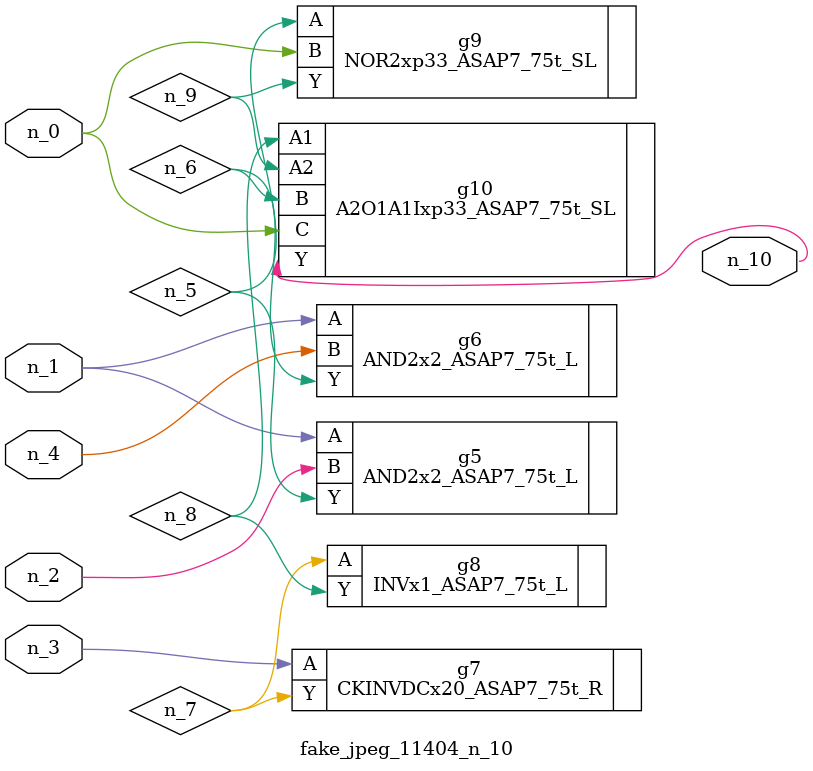
<source format=v>
module fake_jpeg_11404_n_10 (n_3, n_2, n_1, n_0, n_4, n_10);

input n_3;
input n_2;
input n_1;
input n_0;
input n_4;

output n_10;

wire n_8;
wire n_9;
wire n_6;
wire n_5;
wire n_7;

AND2x2_ASAP7_75t_L g5 ( 
.A(n_1),
.B(n_2),
.Y(n_5)
);

AND2x2_ASAP7_75t_L g6 ( 
.A(n_1),
.B(n_4),
.Y(n_6)
);

CKINVDCx20_ASAP7_75t_R g7 ( 
.A(n_3),
.Y(n_7)
);

INVx1_ASAP7_75t_L g8 ( 
.A(n_7),
.Y(n_8)
);

A2O1A1Ixp33_ASAP7_75t_SL g10 ( 
.A1(n_8),
.A2(n_9),
.B(n_6),
.C(n_0),
.Y(n_10)
);

NOR2xp33_ASAP7_75t_SL g9 ( 
.A(n_5),
.B(n_0),
.Y(n_9)
);


endmodule
</source>
